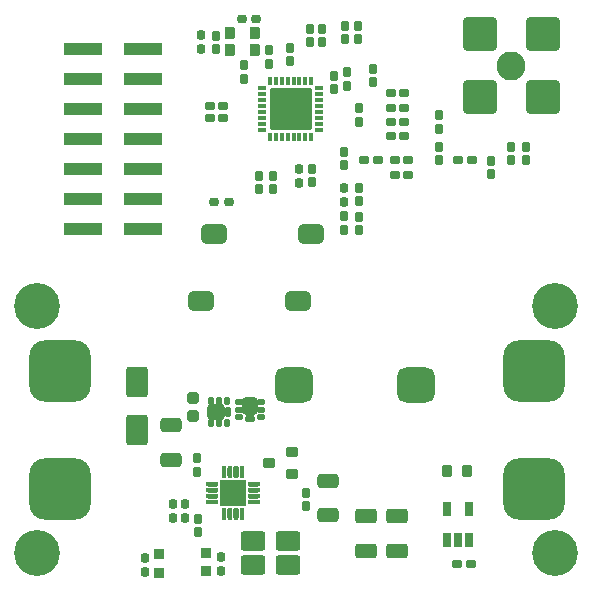
<source format=gbr>
%TF.GenerationSoftware,KiCad,Pcbnew,7.0.1*%
%TF.CreationDate,2024-01-20T12:23:47-08:00*%
%TF.ProjectId,CC1200 Dev Board,43433132-3030-4204-9465-7620426f6172,v1.0*%
%TF.SameCoordinates,PX450a6a0PY58363a0*%
%TF.FileFunction,Soldermask,Top*%
%TF.FilePolarity,Negative*%
%FSLAX46Y46*%
G04 Gerber Fmt 4.6, Leading zero omitted, Abs format (unit mm)*
G04 Created by KiCad (PCBNEW 7.0.1) date 2024-01-20 12:23:47*
%MOMM*%
%LPD*%
G01*
G04 APERTURE LIST*
G04 Aperture macros list*
%AMRoundRect*
0 Rectangle with rounded corners*
0 $1 Rounding radius*
0 $2 $3 $4 $5 $6 $7 $8 $9 X,Y pos of 4 corners*
0 Add a 4 corners polygon primitive as box body*
4,1,4,$2,$3,$4,$5,$6,$7,$8,$9,$2,$3,0*
0 Add four circle primitives for the rounded corners*
1,1,$1+$1,$2,$3*
1,1,$1+$1,$4,$5*
1,1,$1+$1,$6,$7*
1,1,$1+$1,$8,$9*
0 Add four rect primitives between the rounded corners*
20,1,$1+$1,$2,$3,$4,$5,0*
20,1,$1+$1,$4,$5,$6,$7,0*
20,1,$1+$1,$6,$7,$8,$9,0*
20,1,$1+$1,$8,$9,$2,$3,0*%
%AMFreePoly0*
4,1,13,0.449497,0.189497,0.470000,0.140000,0.470000,-0.140000,0.449497,-0.189497,0.400000,-0.210000,-0.400000,-0.210000,-0.449497,-0.189497,-0.470000,-0.140000,-0.470000,0.140000,-0.449497,0.189497,-0.400000,0.210000,0.400000,0.210000,0.449497,0.189497,0.449497,0.189497,$1*%
G04 Aperture macros list end*
%ADD10RoundRect,0.135000X-0.140000X0.180000X-0.140000X-0.180000X0.140000X-0.180000X0.140000X0.180000X0*%
%ADD11RoundRect,0.210000X-0.515000X0.440000X-0.515000X-0.440000X0.515000X-0.440000X0.515000X0.440000X0*%
%ADD12RoundRect,0.135000X-0.140000X0.295000X-0.140000X-0.295000X0.140000X-0.295000X0.140000X0.295000X0*%
%ADD13RoundRect,0.135000X0.180000X0.140000X-0.180000X0.140000X-0.180000X-0.140000X0.180000X-0.140000X0*%
%ADD14RoundRect,0.210000X0.440000X0.515000X-0.440000X0.515000X-0.440000X-0.515000X0.440000X-0.515000X0*%
%ADD15RoundRect,0.135000X0.295000X0.140000X-0.295000X0.140000X-0.295000X-0.140000X0.295000X-0.140000X0*%
%ADD16RoundRect,0.202400X0.847600X0.609600X-0.847600X0.609600X-0.847600X-0.609600X0.847600X-0.609600X0*%
%ADD17RoundRect,0.202400X-0.847600X-0.609600X0.847600X-0.609600X0.847600X0.609600X-0.847600X0.609600X0*%
%ADD18RoundRect,0.197846X0.160000X-0.197500X0.160000X0.197500X-0.160000X0.197500X-0.160000X-0.197500X0*%
%ADD19RoundRect,0.197846X-0.197500X-0.160000X0.197500X-0.160000X0.197500X0.160000X-0.197500X0.160000X0*%
%ADD20RoundRect,0.192846X-0.155000X0.212500X-0.155000X-0.212500X0.155000X-0.212500X0.155000X0.212500X0*%
%ADD21RoundRect,0.220000X-0.680000X1.080000X-0.680000X-1.080000X0.680000X-1.080000X0.680000X1.080000X0*%
%ADD22RoundRect,0.197846X0.197500X0.160000X-0.197500X0.160000X-0.197500X-0.160000X0.197500X-0.160000X0*%
%ADD23RoundRect,0.262846X0.250000X-0.225000X0.250000X0.225000X-0.250000X0.225000X-0.250000X-0.225000X0*%
%ADD24RoundRect,0.190000X0.180000X-0.430000X0.180000X0.430000X-0.180000X0.430000X-0.180000X-0.430000X0*%
%ADD25RoundRect,0.197846X0.160000X-0.222500X0.160000X0.222500X-0.160000X0.222500X-0.160000X-0.222500X0*%
%ADD26RoundRect,0.287846X-0.625000X0.312500X-0.625000X-0.312500X0.625000X-0.312500X0.625000X0.312500X0*%
%ADD27RoundRect,0.197846X-0.222500X-0.160000X0.222500X-0.160000X0.222500X0.160000X-0.222500X0.160000X0*%
%ADD28RoundRect,0.170000X0.330000X-0.280000X0.330000X0.280000X-0.330000X0.280000X-0.330000X-0.280000X0*%
%ADD29RoundRect,0.192846X0.155000X-0.212500X0.155000X0.212500X-0.155000X0.212500X-0.155000X-0.212500X0*%
%ADD30RoundRect,0.800000X0.800000X0.700000X-0.800000X0.700000X-0.800000X-0.700000X0.800000X-0.700000X0*%
%ADD31RoundRect,0.287846X-0.650000X0.325000X-0.650000X-0.325000X0.650000X-0.325000X0.650000X0.325000X0*%
%ADD32RoundRect,0.037846X-1.575000X-0.500000X1.575000X-0.500000X1.575000X0.500000X-1.575000X0.500000X0*%
%ADD33RoundRect,0.197846X-0.160000X0.222500X-0.160000X-0.222500X0.160000X-0.222500X0.160000X0.222500X0*%
%ADD34RoundRect,0.192846X0.212500X0.155000X-0.212500X0.155000X-0.212500X-0.155000X0.212500X-0.155000X0*%
%ADD35RoundRect,0.192846X-0.212500X-0.155000X0.212500X-0.155000X0.212500X0.155000X-0.212500X0.155000X0*%
%ADD36RoundRect,0.475000X0.625000X0.375000X-0.625000X0.375000X-0.625000X-0.375000X0.625000X-0.375000X0*%
%ADD37RoundRect,1.350000X-1.250000X1.250000X-1.250000X-1.250000X1.250000X-1.250000X1.250000X1.250000X0*%
%ADD38C,3.885692*%
%ADD39RoundRect,0.197846X-0.160000X0.197500X-0.160000X-0.197500X0.160000X-0.197500X0.160000X0.197500X0*%
%ADD40RoundRect,0.237846X0.200000X0.275000X-0.200000X0.275000X-0.200000X-0.275000X0.200000X-0.275000X0*%
%ADD41RoundRect,0.070000X-1.070000X1.070000X-1.070000X-1.070000X1.070000X-1.070000X1.070000X1.070000X0*%
%ADD42FreePoly0,0.000000*%
%ADD43FreePoly0,90.000000*%
%ADD44FreePoly0,180.000000*%
%ADD45FreePoly0,270.000000*%
%ADD46RoundRect,0.250000X-0.200000X-0.300000X0.200000X-0.300000X0.200000X0.300000X-0.200000X0.300000X0*%
%ADD47RoundRect,0.130000X0.320000X-0.320000X0.320000X0.320000X-0.320000X0.320000X-0.320000X-0.320000X0*%
%ADD48RoundRect,0.132500X-0.062500X0.237500X-0.062500X-0.237500X0.062500X-0.237500X0.062500X0.237500X0*%
%ADD49RoundRect,0.132500X0.237500X0.062500X-0.237500X0.062500X-0.237500X-0.062500X0.237500X-0.062500X0*%
%ADD50RoundRect,0.132500X0.062500X-0.237500X0.062500X0.237500X-0.062500X0.237500X-0.062500X-0.237500X0*%
%ADD51RoundRect,0.132500X-0.237500X-0.062500X0.237500X-0.062500X0.237500X0.062500X-0.237500X0.062500X0*%
%ADD52RoundRect,0.242500X-1.552500X1.552500X-1.552500X-1.552500X1.552500X-1.552500X1.552500X1.552500X0*%
%ADD53C,2.463800*%
%ADD54RoundRect,0.497840X-0.975360X-0.975360X0.975360X-0.975360X0.975360X0.975360X-0.975360X0.975360X0*%
G04 APERTURE END LIST*
D10*
%TO.C,Q1*%
X17825000Y13540000D03*
X18475000Y13540000D03*
X19125000Y13540000D03*
X19125000Y15410000D03*
X18475000Y15410000D03*
X17825000Y15410000D03*
D11*
X18190000Y14475000D03*
D12*
X19250000Y14475000D03*
%TD*%
D13*
%TO.C,Q2*%
X20130000Y15350000D03*
X20130000Y14700000D03*
X20130000Y14050000D03*
X22000000Y14050000D03*
X22000000Y14700000D03*
X22000000Y15350000D03*
D14*
X21065000Y14985000D03*
D15*
X21065000Y13925000D03*
%TD*%
D16*
%TO.C,J4*%
X24321600Y3600000D03*
X21321600Y3600000D03*
%TD*%
D17*
%TO.C,J5*%
X21300000Y1517200D03*
X24300000Y1517200D03*
%TD*%
D18*
%TO.C,R13*%
X14600000Y5502500D03*
X14600000Y6697500D03*
%TD*%
D19*
%TO.C,R4*%
X20377500Y47802800D03*
X21572500Y47802800D03*
%TD*%
D20*
%TO.C,C33*%
X16600000Y10567500D03*
X16600000Y9432500D03*
%TD*%
D21*
%TO.C,D4*%
X11500000Y13000000D03*
X11500000Y17000000D03*
%TD*%
D22*
%TO.C,R3*%
X19272500Y32302800D03*
X18077500Y32302800D03*
%TD*%
D23*
%TO.C,C30*%
X16300000Y15700000D03*
X16300000Y14150000D03*
%TD*%
D24*
%TO.C,U3*%
X37750000Y3700000D03*
X38700000Y3700000D03*
X39650000Y3700000D03*
X39650000Y6300000D03*
X37750000Y6300000D03*
%TD*%
D25*
%TO.C,L7*%
X43212400Y35790300D03*
X43212400Y36935300D03*
%TD*%
D26*
%TO.C,R9*%
X14400000Y13362500D03*
X14400000Y10437500D03*
%TD*%
D27*
%TO.C,L6*%
X38728300Y35804000D03*
X39873300Y35804000D03*
%TD*%
D28*
%TO.C,D1*%
X24670400Y9235600D03*
X24670400Y11135600D03*
X22670400Y10185600D03*
%TD*%
D29*
%TO.C,C23*%
X27180000Y45792500D03*
X27180000Y46927500D03*
%TD*%
D30*
%TO.C,L9*%
X24803600Y16804800D03*
X35103600Y16804800D03*
%TD*%
D31*
%TO.C,C27*%
X30900000Y5675000D03*
X30900000Y2725000D03*
%TD*%
D20*
%TO.C,C13*%
X30275000Y33470300D03*
X30275000Y32335300D03*
%TD*%
D29*
%TO.C,C14*%
X30275000Y29902800D03*
X30275000Y31037800D03*
%TD*%
D32*
%TO.C,J1*%
X6950000Y45222800D03*
X12000000Y45222800D03*
X6950000Y42682800D03*
X12000000Y42682800D03*
X6950000Y40142800D03*
X12000000Y40142800D03*
X6950000Y37602800D03*
X12000000Y37602800D03*
X6950000Y35062800D03*
X12000000Y35062800D03*
X6950000Y32522800D03*
X12000000Y32522800D03*
X6950000Y29982800D03*
X12000000Y29982800D03*
%TD*%
D18*
%TO.C,R2*%
X29075000Y32272800D03*
X29075000Y33467800D03*
%TD*%
D20*
%TO.C,C20*%
X26375000Y35070300D03*
X26375000Y33935300D03*
%TD*%
%TO.C,C12*%
X44431600Y36930300D03*
X44431600Y35795300D03*
%TD*%
D29*
%TO.C,C15*%
X29075000Y29935300D03*
X29075000Y31070300D03*
%TD*%
D33*
%TO.C,L1*%
X30275000Y40222500D03*
X30275000Y39077500D03*
%TD*%
D20*
%TO.C,C5*%
X28175000Y42970300D03*
X28175000Y41835300D03*
%TD*%
D33*
%TO.C,L4*%
X37130000Y39642500D03*
X37130000Y38497500D03*
%TD*%
D26*
%TO.C,R6*%
X27700000Y8662500D03*
X27700000Y5737500D03*
%TD*%
D34*
%TO.C,C21*%
X18810000Y40402800D03*
X17675000Y40402800D03*
%TD*%
D35*
%TO.C,C10*%
X30749000Y35804000D03*
X31884000Y35804000D03*
%TD*%
D36*
%TO.C,RST*%
X25163600Y23866000D03*
X16963600Y23866000D03*
%TD*%
D20*
%TO.C,C34*%
X16700000Y5467500D03*
X16700000Y4332500D03*
%TD*%
D37*
%TO.C,J2*%
X5000000Y18000000D03*
X5000000Y8000000D03*
%TD*%
D27*
%TO.C,L3*%
X33010000Y37875000D03*
X34155000Y37875000D03*
%TD*%
D38*
%TO.C,REF\u002A\u002A*%
X46870000Y23485000D03*
%TD*%
%TO.C,*%
X46870000Y2530000D03*
%TD*%
D37*
%TO.C,J3*%
X45169600Y17994800D03*
X45169600Y7994800D03*
%TD*%
D39*
%TO.C,R12*%
X15600000Y6697500D03*
X15600000Y5502500D03*
%TD*%
D29*
%TO.C,C36*%
X25800000Y6532500D03*
X25800000Y7667500D03*
%TD*%
D40*
%TO.C,R17*%
X39425000Y9500000D03*
X37775000Y9500000D03*
%TD*%
D41*
%TO.C,U2*%
X19650000Y7650000D03*
D42*
X17900000Y8400000D03*
X17900000Y7900000D03*
X17900000Y7400000D03*
X17900000Y6900000D03*
D43*
X19400000Y5900000D03*
X18900000Y5900000D03*
X19900000Y5900000D03*
X20400000Y5900000D03*
D44*
X21400000Y6900000D03*
X21400000Y7400000D03*
X21400000Y7900000D03*
X21400000Y8400000D03*
D45*
X20400000Y9400000D03*
X19900000Y9400000D03*
X19400000Y9400000D03*
X18900000Y9400000D03*
%TD*%
D20*
%TO.C,C1*%
X24470000Y45357500D03*
X24470000Y44222500D03*
%TD*%
%TO.C,C18*%
X21875000Y34470300D03*
X21875000Y33335300D03*
%TD*%
D36*
%TO.C,RST*%
X26275000Y29602800D03*
X18075000Y29602800D03*
%TD*%
D35*
%TO.C,C6*%
X33015000Y39075000D03*
X34150000Y39075000D03*
%TD*%
D29*
%TO.C,C24*%
X26170000Y45782500D03*
X26170000Y46917500D03*
%TD*%
D35*
%TO.C,C7*%
X33015000Y41475000D03*
X34150000Y41475000D03*
%TD*%
D46*
%TO.C,X1*%
X19375000Y46550300D03*
X21475000Y46550300D03*
X21475000Y45150300D03*
X19375000Y45150300D03*
%TD*%
D27*
%TO.C,L5*%
X33343500Y35804000D03*
X34488500Y35804000D03*
%TD*%
D20*
%TO.C,C3*%
X31540000Y43557500D03*
X31540000Y42422500D03*
%TD*%
%TO.C,C2*%
X29130000Y47187500D03*
X29130000Y46052500D03*
%TD*%
D29*
%TO.C,C26*%
X29275000Y42135300D03*
X29275000Y43270300D03*
%TD*%
D20*
%TO.C,C19*%
X23075000Y34470300D03*
X23075000Y33335300D03*
%TD*%
D47*
%TO.C,D2*%
X17400000Y2600000D03*
X17400000Y1000000D03*
%TD*%
D35*
%TO.C,C9*%
X33348500Y34534000D03*
X34483500Y34534000D03*
%TD*%
D29*
%TO.C,C16*%
X22725000Y43982800D03*
X22725000Y45117800D03*
%TD*%
D18*
%TO.C,R1*%
X25200000Y33902500D03*
X25200000Y35097500D03*
%TD*%
D33*
%TO.C,L8*%
X29075000Y36542800D03*
X29075000Y35397800D03*
%TD*%
D34*
%TO.C,C37*%
X39767500Y1600000D03*
X38632500Y1600000D03*
%TD*%
D39*
%TO.C,R15*%
X12200000Y2102600D03*
X12200000Y907600D03*
%TD*%
D48*
%TO.C,U1*%
X22775000Y42552800D03*
X23275000Y42552800D03*
X23775000Y42552800D03*
X24275000Y42552800D03*
X24775000Y42552800D03*
X25275000Y42552800D03*
X25775000Y42552800D03*
X26275000Y42552800D03*
D49*
X26925000Y41902800D03*
X26925000Y41402800D03*
X26925000Y40902800D03*
X26925000Y40402800D03*
X26925000Y39902800D03*
X26925000Y39402800D03*
X26925000Y38902800D03*
X26925000Y38402800D03*
D50*
X26275000Y37752800D03*
X25775000Y37752800D03*
X25275000Y37752800D03*
X24775000Y37752800D03*
X24275000Y37752800D03*
X23775000Y37752800D03*
X23275000Y37752800D03*
X22775000Y37752800D03*
D51*
X22125000Y38402800D03*
X22125000Y38902800D03*
X22125000Y39402800D03*
X22125000Y39902800D03*
X22125000Y40402800D03*
X22125000Y40902800D03*
X22125000Y41402800D03*
X22125000Y41902800D03*
D52*
X24525000Y40152800D03*
%TD*%
D29*
%TO.C,C17*%
X18225000Y45232800D03*
X18225000Y46367800D03*
%TD*%
D53*
%TO.C,ANT*%
X43207500Y43812800D03*
D54*
X40540500Y46479800D03*
X45874500Y46479800D03*
X45874500Y41145800D03*
X40540500Y41145800D03*
%TD*%
D18*
%TO.C,R5*%
X16975000Y45202800D03*
X16975000Y46397800D03*
%TD*%
D29*
%TO.C,C22*%
X20620000Y42722500D03*
X20620000Y43857500D03*
%TD*%
D38*
%TO.C,*%
X3055000Y23485000D03*
%TD*%
D20*
%TO.C,C8*%
X37116400Y36930300D03*
X37116400Y35795300D03*
%TD*%
D29*
%TO.C,C25*%
X30230000Y46052500D03*
X30230000Y47187500D03*
%TD*%
D35*
%TO.C,C4*%
X17675000Y39402800D03*
X18810000Y39402800D03*
%TD*%
D29*
%TO.C,C11*%
X41485200Y34626900D03*
X41485200Y35761900D03*
%TD*%
D47*
%TO.C,D3*%
X13400000Y2500000D03*
X13400000Y900000D03*
%TD*%
D31*
%TO.C,C28*%
X33500000Y5675000D03*
X33500000Y2725000D03*
%TD*%
D27*
%TO.C,L2*%
X33010000Y40275000D03*
X34155000Y40275000D03*
%TD*%
D39*
%TO.C,R14*%
X18600000Y2200000D03*
X18600000Y1005000D03*
%TD*%
D38*
%TO.C,*%
X3055000Y2530000D03*
%TD*%
G36*
X20191111Y6297726D02*
G01*
X20192000Y6296063D01*
X20192000Y5503939D01*
X20191111Y5502276D01*
X20189235Y5502091D01*
X20188038Y5503549D01*
X20181188Y5537984D01*
X20118812Y5537984D01*
X20111962Y5503551D01*
X20110765Y5502093D01*
X20108889Y5502278D01*
X20108000Y5503941D01*
X20108000Y6296061D01*
X20108889Y6297724D01*
X20110765Y6297909D01*
X20111962Y6296451D01*
X20118812Y6262017D01*
X20181188Y6262017D01*
X20188038Y6296453D01*
X20189235Y6297911D01*
X20191111Y6297726D01*
G37*
G36*
X19691111Y6297726D02*
G01*
X19692000Y6296063D01*
X19692000Y5503939D01*
X19691111Y5502276D01*
X19689235Y5502091D01*
X19688038Y5503549D01*
X19681188Y5537984D01*
X19618812Y5537984D01*
X19611962Y5503551D01*
X19610765Y5502093D01*
X19608889Y5502278D01*
X19608000Y5503941D01*
X19608000Y6296061D01*
X19608889Y6297724D01*
X19610765Y6297909D01*
X19611962Y6296451D01*
X19618812Y6262017D01*
X19681188Y6262017D01*
X19688038Y6296453D01*
X19689235Y6297911D01*
X19691111Y6297726D01*
G37*
G36*
X19191111Y6297726D02*
G01*
X19192000Y6296063D01*
X19192000Y5503939D01*
X19191111Y5502276D01*
X19189235Y5502091D01*
X19188038Y5503549D01*
X19181188Y5537984D01*
X19118812Y5537984D01*
X19111962Y5503551D01*
X19110765Y5502093D01*
X19108889Y5502278D01*
X19108000Y5503941D01*
X19108000Y6296061D01*
X19108889Y6297724D01*
X19110765Y6297909D01*
X19111962Y6296451D01*
X19118812Y6262017D01*
X19181188Y6262017D01*
X19188038Y6296453D01*
X19189235Y6297911D01*
X19191111Y6297726D01*
G37*
G36*
X21797722Y7191111D02*
G01*
X21797907Y7189235D01*
X21796449Y7188038D01*
X21762016Y7181188D01*
X21762016Y7118812D01*
X21796452Y7111962D01*
X21797910Y7110765D01*
X21797725Y7108889D01*
X21796062Y7108000D01*
X21003937Y7108000D01*
X21002274Y7108889D01*
X21002089Y7110765D01*
X21003547Y7111962D01*
X21037983Y7118812D01*
X21037983Y7181188D01*
X21003550Y7188038D01*
X21002092Y7189235D01*
X21002277Y7191111D01*
X21003940Y7192000D01*
X21796059Y7192000D01*
X21797722Y7191111D01*
G37*
G36*
X18297722Y7191111D02*
G01*
X18297907Y7189235D01*
X18296449Y7188038D01*
X18262016Y7181188D01*
X18262016Y7118812D01*
X18296452Y7111962D01*
X18297910Y7110765D01*
X18297725Y7108889D01*
X18296062Y7108000D01*
X17503937Y7108000D01*
X17502274Y7108889D01*
X17502089Y7110765D01*
X17503547Y7111962D01*
X17537983Y7118812D01*
X17537983Y7181188D01*
X17503550Y7188038D01*
X17502092Y7189235D01*
X17502277Y7191111D01*
X17503940Y7192000D01*
X18296059Y7192000D01*
X18297722Y7191111D01*
G37*
G36*
X21797722Y7691111D02*
G01*
X21797907Y7689235D01*
X21796449Y7688038D01*
X21762016Y7681188D01*
X21762016Y7618812D01*
X21796452Y7611962D01*
X21797910Y7610765D01*
X21797725Y7608889D01*
X21796062Y7608000D01*
X21003937Y7608000D01*
X21002274Y7608889D01*
X21002089Y7610765D01*
X21003547Y7611962D01*
X21037983Y7618812D01*
X21037983Y7681188D01*
X21003550Y7688038D01*
X21002092Y7689235D01*
X21002277Y7691111D01*
X21003940Y7692000D01*
X21796059Y7692000D01*
X21797722Y7691111D01*
G37*
G36*
X18297722Y7691111D02*
G01*
X18297907Y7689235D01*
X18296449Y7688038D01*
X18262016Y7681188D01*
X18262016Y7618812D01*
X18296452Y7611962D01*
X18297910Y7610765D01*
X18297725Y7608889D01*
X18296062Y7608000D01*
X17503937Y7608000D01*
X17502274Y7608889D01*
X17502089Y7610765D01*
X17503547Y7611962D01*
X17537983Y7618812D01*
X17537983Y7681188D01*
X17503550Y7688038D01*
X17502092Y7689235D01*
X17502277Y7691111D01*
X17503940Y7692000D01*
X18296059Y7692000D01*
X18297722Y7691111D01*
G37*
G36*
X21797722Y8191111D02*
G01*
X21797907Y8189235D01*
X21796449Y8188038D01*
X21762016Y8181188D01*
X21762016Y8118812D01*
X21796452Y8111962D01*
X21797910Y8110765D01*
X21797725Y8108889D01*
X21796062Y8108000D01*
X21003937Y8108000D01*
X21002274Y8108889D01*
X21002089Y8110765D01*
X21003547Y8111962D01*
X21037983Y8118812D01*
X21037983Y8181188D01*
X21003550Y8188038D01*
X21002092Y8189235D01*
X21002277Y8191111D01*
X21003940Y8192000D01*
X21796059Y8192000D01*
X21797722Y8191111D01*
G37*
G36*
X18297722Y8191111D02*
G01*
X18297907Y8189235D01*
X18296449Y8188038D01*
X18262016Y8181188D01*
X18262016Y8118812D01*
X18296452Y8111962D01*
X18297910Y8110765D01*
X18297725Y8108889D01*
X18296062Y8108000D01*
X17503937Y8108000D01*
X17502274Y8108889D01*
X17502089Y8110765D01*
X17503547Y8111962D01*
X17537983Y8118812D01*
X17537983Y8181188D01*
X17503550Y8188038D01*
X17502092Y8189235D01*
X17502277Y8191111D01*
X17503940Y8192000D01*
X18296059Y8192000D01*
X18297722Y8191111D01*
G37*
G36*
X20191111Y9797726D02*
G01*
X20192000Y9796063D01*
X20192000Y9003939D01*
X20191111Y9002276D01*
X20189235Y9002091D01*
X20188038Y9003549D01*
X20181188Y9037984D01*
X20118812Y9037984D01*
X20111962Y9003551D01*
X20110765Y9002093D01*
X20108889Y9002278D01*
X20108000Y9003941D01*
X20108000Y9796061D01*
X20108889Y9797724D01*
X20110765Y9797909D01*
X20111962Y9796451D01*
X20118812Y9762017D01*
X20181188Y9762017D01*
X20188038Y9796453D01*
X20189235Y9797911D01*
X20191111Y9797726D01*
G37*
G36*
X19691111Y9797726D02*
G01*
X19692000Y9796063D01*
X19692000Y9003939D01*
X19691111Y9002276D01*
X19689235Y9002091D01*
X19688038Y9003549D01*
X19681188Y9037984D01*
X19618812Y9037984D01*
X19611962Y9003551D01*
X19610765Y9002093D01*
X19608889Y9002278D01*
X19608000Y9003941D01*
X19608000Y9796061D01*
X19608889Y9797724D01*
X19610765Y9797909D01*
X19611962Y9796451D01*
X19618812Y9762017D01*
X19681188Y9762017D01*
X19688038Y9796453D01*
X19689235Y9797911D01*
X19691111Y9797726D01*
G37*
G36*
X19191111Y9797726D02*
G01*
X19192000Y9796063D01*
X19192000Y9003939D01*
X19191111Y9002276D01*
X19189235Y9002091D01*
X19188038Y9003549D01*
X19181188Y9037984D01*
X19118812Y9037984D01*
X19111962Y9003551D01*
X19110765Y9002093D01*
X19108889Y9002278D01*
X19108000Y9003941D01*
X19108000Y9796061D01*
X19108889Y9797724D01*
X19110765Y9797909D01*
X19111962Y9796451D01*
X19118812Y9762017D01*
X19181188Y9762017D01*
X19188038Y9796453D01*
X19189235Y9797911D01*
X19191111Y9797726D01*
G37*
G36*
X18986388Y14821013D02*
G01*
X18986846Y14819304D01*
X18977000Y14769801D01*
X18977000Y14180199D01*
X18986846Y14130698D01*
X18986388Y14128989D01*
X18984753Y14128312D01*
X18983221Y14129197D01*
X18970944Y14147571D01*
X18915581Y14130776D01*
X18913809Y14131084D01*
X18913000Y14132690D01*
X18913000Y14817310D01*
X18913809Y14818916D01*
X18915581Y14819224D01*
X18970944Y14802430D01*
X18983221Y14820805D01*
X18984753Y14821690D01*
X18986388Y14821013D01*
G37*
G36*
X21408916Y14261191D02*
G01*
X21409224Y14259419D01*
X21392429Y14204056D01*
X21410803Y14191779D01*
X21411688Y14190247D01*
X21411011Y14188612D01*
X21409302Y14188154D01*
X21359801Y14198000D01*
X20770199Y14198000D01*
X20720696Y14188154D01*
X20718987Y14188612D01*
X20718310Y14190247D01*
X20719195Y14191779D01*
X20737570Y14204056D01*
X20720776Y14259419D01*
X20721084Y14261191D01*
X20722690Y14262000D01*
X21407310Y14262000D01*
X21408916Y14261191D01*
G37*
M02*

</source>
